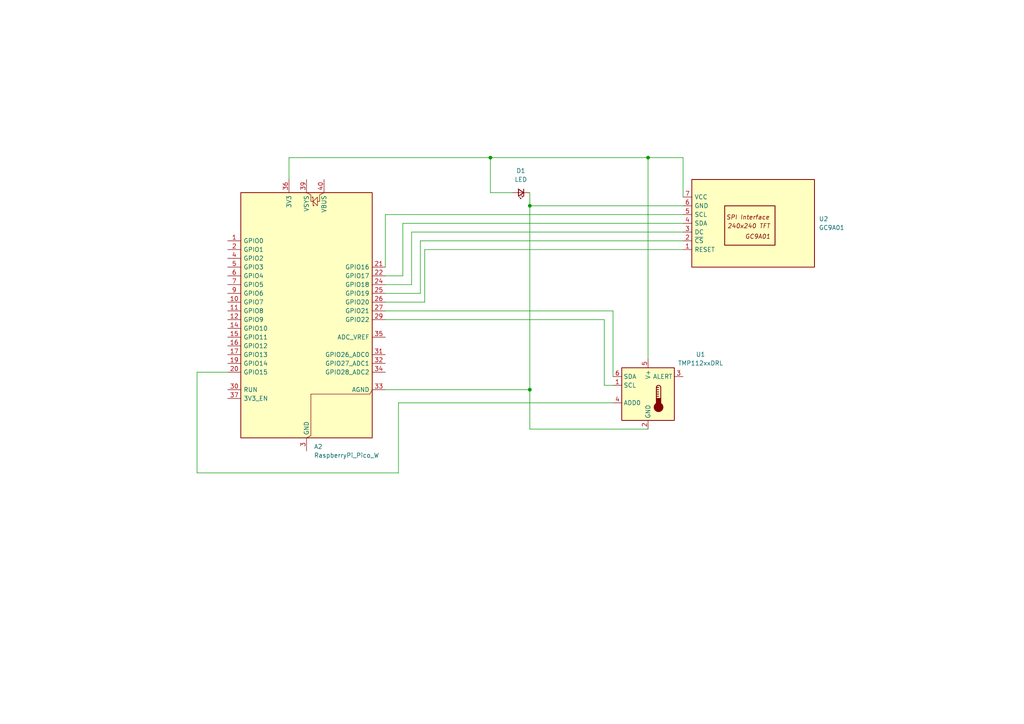
<source format=kicad_sch>
(kicad_sch (version 20250114) (generator "eeschema") (generator_version "9.0")
  (paper "A4")
  (lib_symbols
    (symbol "MCU_Module_RaspberryPi_Pico:RaspberryPi_Pico_W" (pin_names (offset 0.762))
      (property "Reference" "A" (at -19.05 38.1 0))
      (property "Value" "RaspberryPi_Pico_W" (at 7.62 38.1 0))
      (symbol "RaspberryPi_Pico_W_0_1"
        (rectangle (start -19.05 36.83) (end 19.05 -34.29) (stroke (width 0.254)) (fill (type background)))
        (polyline (pts (xy 0 36.83) (xy 1.27 36.195) (xy 1.27 34.29) (xy 1.905 34.29)))
        (polyline (pts (xy 0 -34.29) (xy 1.27 -33.655) (xy 1.27 -21.59) (xy 18.415 -21.59) (xy 19.05 -20.32)))
        (polyline (pts (xy 1.651 35.306) (xy 1.651 35.56) (xy 1.905 35.56) (xy 1.905 33.02) (xy 2.159 33.02) (xy 2.159 33.274)))
        (polyline (pts (xy 1.905 34.29) (xy 3.175 35.56) (xy 3.175 33.02) (xy 1.905 34.29)))
        (polyline (pts (xy 5.08 36.83) (xy 3.81 36.195) (xy 3.81 34.29) (xy 3.175 34.29)))
      )
      (symbol "RaspberryPi_Pico_W_1_1"
        (pin bidirectional line (at -22.86 22.86 0) (length 3.81) (name "GPIO0") (number "1"))
        (pin bidirectional line (at -22.86 20.32 0) (length 3.81) (name "GPIO1") (number "2"))
        (pin bidirectional line (at -22.86 17.78 0) (length 3.81) (name "GPIO2") (number "4"))
        (pin bidirectional line (at -22.86 15.24 0) (length 3.81) (name "GPIO3") (number "5"))
        (pin bidirectional line (at -22.86 12.7 0) (length 3.81) (name "GPIO4") (number "6"))
        (pin bidirectional line (at -22.86 10.16 0) (length 3.81) (name "GPIO5") (number "7"))
        (pin bidirectional line (at -22.86 7.62 0) (length 3.81) (name "GPIO6") (number "9"))
        (pin bidirectional line (at -22.86 5.08 0) (length 3.81) (name "GPIO7") (number "10"))
        (pin bidirectional line (at -22.86 2.54 0) (length 3.81) (name "GPIO8") (number "11"))
        (pin bidirectional line (at -22.86 0 0) (length 3.81) (name "GPIO9") (number "12"))
        (pin bidirectional line (at -22.86 -2.54 0) (length 3.81) (name "GPIO10") (number "14"))
        (pin bidirectional line (at -22.86 -5.08 0) (length 3.81) (name "GPIO11") (number "15"))
        (pin bidirectional line (at -22.86 -7.62 0) (length 3.81) (name "GPIO12") (number "16"))
        (pin bidirectional line (at -22.86 -10.16 0) (length 3.81) (name "GPIO13") (number "17"))
        (pin bidirectional line (at -22.86 -12.7 0) (length 3.81) (name "GPIO14") (number "19"))
        (pin bidirectional line (at -22.86 -15.24 0) (length 3.81) (name "GPIO15") (number "20"))
        (pin input line (at -22.86 -20.32 0) (length 3.81) (name "RUN") (number "30"))
        (pin input line (at -22.86 -22.86 0) (length 3.81) (name "3V3_EN") (number "37"))
        (pin power_out line (at -5.08 40.64 270) (length 3.81) (name "3V3") (number "36"))
        (pin power_in line (at 0 40.64 270) (length 3.81) (name "VSYS") (number "39"))
        (pin passive line (at 0 -38.1 90) (length 3.81) (hide yes) (name "GND") (number "13"))
        (pin passive line (at 0 -38.1 90) (length 3.81) (hide yes) (name "GND") (number "18"))
        (pin passive line (at 0 -38.1 90) (length 3.81) (hide yes) (name "GND") (number "23"))
        (pin passive line (at 0 -38.1 90) (length 3.81) (hide yes) (name "GND") (number "28"))
        (pin power_out line (at 0 -38.1 90) (length 3.81) (name "GND") (number "3"))
        (pin passive line (at 0 -38.1 90) (length 3.81) (hide yes) (name "GND") (number "38"))
        (pin passive line (at 0 -38.1 90) (length 3.81) (hide yes) (name "GND") (number "8"))
        (pin power_out line (at 5.08 40.64 270) (length 3.81) (name "VBUS") (number "40"))
        (pin bidirectional line (at 22.86 15.24 180) (length 3.81) (name "GPIO16") (number "21"))
        (pin bidirectional line (at 22.86 12.7 180) (length 3.81) (name "GPIO17") (number "22"))
        (pin bidirectional line (at 22.86 10.16 180) (length 3.81) (name "GPIO18") (number "24"))
        (pin bidirectional line (at 22.86 7.62 180) (length 3.81) (name "GPIO19") (number "25"))
        (pin bidirectional line (at 22.86 5.08 180) (length 3.81) (name "GPIO20") (number "26"))
        (pin bidirectional line (at 22.86 2.54 180) (length 3.81) (name "GPIO21") (number "27"))
        (pin bidirectional line (at 22.86 0 180) (length 3.81) (name "GPIO22") (number "29"))
        (pin power_in line (at 22.86 -5.08 180) (length 3.81) (name "ADC_VREF") (number "35"))
        (pin bidirectional line (at 22.86 -10.16 180) (length 3.81) (name "GPIO26_ADC0") (number "31"))
        (pin bidirectional line (at 22.86 -12.7 180) (length 3.81) (name "GPIO27_ADC1") (number "32"))
        (pin bidirectional line (at 22.86 -15.24 180) (length 3.81) (name "GPIO28_ADC2") (number "34"))
        (pin power_out line (at 22.86 -20.32 180) (length 3.81) (name "AGND") (number "33"))
      )
    )
    (symbol "PCM_SparkFun-LED:LED" (pin_numbers (hide yes)) (pin_names (offset 1.016) (hide yes))
      (property "Reference" "D" (at 0 2.54 0))
      (property "Value" "LED" (at 0 -2.54 0))
      (symbol "LED_0_1"
        (polyline (pts (xy -0.762 -1.016) (xy -0.762 1.016)) (stroke (width 0.254)))
        (polyline (pts (xy 0 0.762) (xy -0.508 1.27) (xy -0.254 1.27) (xy -0.508 1.27) (xy -0.508 1.016)))
        (polyline (pts (xy 0.508 1.27) (xy 0 1.778) (xy 0.254 1.778) (xy 0 1.778) (xy 0 1.524)))
        (polyline (pts (xy 0.762 -1.016) (xy -0.762 0) (xy 0.762 1.016) (xy 0.762 -1.016)) (stroke (width 0.254)))
        (polyline (pts (xy 1.016 0) (xy -0.762 0)))
      )
      (symbol "LED_1_1"
        (pin passive line (at -2.54 0 0) (length 1.778) (name "K") (number "1"))
        (pin passive line (at 2.54 0 180) (length 1.778) (name "A") (number "2"))
      )
    )
    (symbol "Sensor_Temperature:TMP112xxDRL"
      (property "Reference" "U" (at -2.54 10.795 0))
      (property "Value" "TMP112xxDRL" (at -2.54 8.89 0))
      (symbol "TMP112xxDRL_0_1"
        (rectangle (start -7.62 7.62) (end 7.62 -7.62) (stroke (width 0.254)) (fill (type background)))
      )
      (symbol "TMP112xxDRL_1_1"
        (polyline (pts (xy 2.413 1.905) (xy 2.413 -1.27)) (stroke (width 0.254)))
        (polyline (pts (xy 2.413 1.905) (xy 3.048 1.905)) (stroke (width 0.254)))
        (polyline (pts (xy 2.413 1.27) (xy 3.048 1.27)) (stroke (width 0.254)))
        (polyline (pts (xy 2.413 0.635) (xy 3.048 0.635)) (stroke (width 0.254)))
        (polyline (pts (xy 2.413 0) (xy 3.048 0)) (stroke (width 0.254)))
        (polyline (pts (xy 2.413 -0.635) (xy 3.048 -0.635)) (stroke (width 0.254)))
        (arc (start 2.413 1.905) (mid 3.048 2.5373) (end 3.683 1.905) (stroke (width 0.254)))
        (circle (center 3.048 -3.81) (radius 1.27) (stroke (width 0.254)) (fill (type outline)))
        (polyline (pts (xy 3.683 1.905) (xy 3.683 -1.27)) (stroke (width 0.254)))
        (rectangle (start 3.683 -3.175) (end 2.413 -1.27) (stroke (width 0.254)) (fill (type outline)))
        (pin bidirectional line (at -10.16 5.08 0) (length 2.54) (name "SDA") (number "6"))
        (pin input line (at -10.16 2.54 0) (length 2.54) (name "SCL") (number "1"))
        (pin input line (at -10.16 -2.54 0) (length 2.54) (name "ADD0") (number "4"))
        (pin power_in line (at 0 10.16 270) (length 2.54) (name "V+") (number "5"))
        (pin power_in line (at 0 -10.16 90) (length 2.54) (name "GND") (number "2"))
        (pin open_collector line (at 10.16 5.08 180) (length 2.54) (name "ALERT") (number "3"))
      )
    )
    (symbol "TFTCustom:GC9A01" (pin_names (offset 0.762))
      (property "Reference" "U" (at -17.526 13.97 0))
      (property "Value" "GC9A01" (at 1.905 13.97 0))
      (symbol "GC9A01_0_0"
        (text "SPI Interface" (at -4.826 -1.778 0) (effects (font (size 1.27 1.27) (italic yes)) (justify left)))
      )
      (symbol "GC9A01_0_1"
        (rectangle (start -17.78 12.7) (end 17.78 -12.7) (stroke (width 0.254)) (fill (type background)))
        (rectangle (start -6.35 6.35) (end 8.255 -5.08) (stroke (width 0.254)))
      )
      (symbol "GC9A01_1_1"
        (text "GC9A01" (at -5.08 3.81 0) (effects (font (size 1.27 1.27) (italic yes)) (justify left)))
        (text "240x240 TFT" (at 1.27 0.762 0) (effects (font (size 1.27 1.27) (italic yes))))
        (pin input line (at 20.32 7.62 180) (length 2.54) (name "RESET") (number "1"))
        (pin input line (at 20.32 5.08 180) (length 2.54) (name "~{CS}") (number "2"))
        (pin output line (at 20.32 2.54 180) (length 2.54) (name "DC") (number "3"))
        (pin input line (at 20.32 0 180) (length 2.54) (name "SDA") (number "4"))
        (pin input line (at 20.32 -2.54 180) (length 2.54) (name "SCL") (number "5"))
        (pin input line (at 20.32 -5.08 180) (length 2.54) (name "GND") (number "6"))
        (pin input line (at 20.32 -7.62 180) (length 2.54) (name "VCC") (number "7"))
      )
    )
  )
  (junction (at 142.24 45.72))
  (junction (at 153.67 59.69))
  (junction (at 153.67 113.03))
  (junction (at 187.96 45.72))
  (wire (pts (xy 153.67 55.88) (xy 153.67 59.69)))
  (wire (pts (xy 121.92 85.09) (xy 111.76 85.09)))
  (wire (pts (xy 83.82 45.72) (xy 142.24 45.72)))
  (wire (pts (xy 121.92 69.85) (xy 121.92 85.09)))
  (wire (pts (xy 153.67 124.46) (xy 153.67 113.03)))
  (wire (pts (xy 123.19 87.63) (xy 111.76 87.63)))
  (wire (pts (xy 123.19 72.39) (xy 123.19 87.63)))
  (wire (pts (xy 83.82 52.07) (xy 83.82 45.72)))
  (wire (pts (xy 119.38 67.31) (xy 119.38 82.55)))
  (wire (pts (xy 187.96 45.72) (xy 198.12 45.72)))
  (wire (pts (xy 115.57 116.84) (xy 115.57 137.16)))
  (wire (pts (xy 119.38 82.55) (xy 111.76 82.55)))
  (wire (pts (xy 198.12 72.39) (xy 123.19 72.39)))
  (wire (pts (xy 142.24 45.72) (xy 187.96 45.72)))
  (wire (pts (xy 153.67 59.69) (xy 198.12 59.69)))
  (wire (pts (xy 153.67 59.69) (xy 153.67 113.03)))
  (wire (pts (xy 111.76 62.23) (xy 111.76 77.47)))
  (wire (pts (xy 198.12 67.31) (xy 119.38 67.31)))
  (wire (pts (xy 198.12 45.72) (xy 198.12 57.15)))
  (wire (pts (xy 187.96 124.46) (xy 153.67 124.46)))
  (wire (pts (xy 116.84 64.77) (xy 116.84 80.01)))
  (wire (pts (xy 153.67 113.03) (xy 111.76 113.03)))
  (wire (pts (xy 198.12 69.85) (xy 121.92 69.85)))
  (wire (pts (xy 177.8 109.22) (xy 177.8 90.17)))
  (wire (pts (xy 57.15 137.16) (xy 57.15 107.95)))
  (wire (pts (xy 142.24 55.88) (xy 142.24 45.72)))
  (wire (pts (xy 198.12 64.77) (xy 116.84 64.77)))
  (wire (pts (xy 187.96 45.72) (xy 187.96 104.14)))
  (wire (pts (xy 177.8 111.76) (xy 175.26 111.76)))
  (wire (pts (xy 148.59 55.88) (xy 142.24 55.88)))
  (wire (pts (xy 177.8 90.17) (xy 111.76 90.17)))
  (wire (pts (xy 198.12 62.23) (xy 111.76 62.23)))
  (wire (pts (xy 175.26 111.76) (xy 175.26 92.71)))
  (wire (pts (xy 57.15 107.95) (xy 66.04 107.95)))
  (wire (pts (xy 116.84 80.01) (xy 111.76 80.01)))
  (wire (pts (xy 177.8 116.84) (xy 115.57 116.84)))
  (wire (pts (xy 115.57 137.16) (xy 57.15 137.16)))
  (wire (pts (xy 175.26 92.71) (xy 111.76 92.71)))
  (symbol (lib_id "Sensor_Temperature:TMP112xxDRL") (at 187.96 114.3 0) (unit 1)
    (property "Reference" "U1" (at 203.2 102.7998 0))
    (property "Value" "TMP112xxDRL" (at 203.2 105.3398 0))
    (property "Footprint" "PCM_SparkFun-Semiconductor-Standard:SOT-563" (effects (hide yes)))
    (property "Datasheet" "https://www.ti.com/lit/ds/symlink/tmp112.pdf" (effects (hide yes)))
    (property "Description" "Digital Temperature Sensor with I2C/SMBus/Two-wire Interface, 12 bits, ±1°C, one-shot conversion, alert, nist traceable, SOT-563" (effects (hide yes)))
  )
  (symbol (lib_id "PCM_SparkFun-LED:LED") (at 151.13 55.88 180) (unit 1)
    (property "Reference" "D1" (at 151.0665 49.53 0))
    (property "Value" "LED" (at 151.0665 52.07 0))
    (property "Footprint" "LED_THT:LED_D1.8mm_W3.3mm_H2.4mm" (effects (hide yes)))
    (property "Description" "Light emitting diode" (effects (hide yes)))
    (property "PROD_ID" "LED-" (effects (hide yes)))
  )
  (symbol (lib_id "TFTCustom:GC9A01") (at 218.44 64.77 180) (unit 1)
    (property "Reference" "U2" (at 237.49 63.4999 0) (effects (justify right)))
    (property "Value" "GC9A01" (at 237.49 66.0399 0) (effects (justify right)))
    (property "Footprint" "Display:GC9A01" (effects (hide yes)))
    (property "Datasheet" "https://www.buydisplay.com/download/ic/GC9A01A.pdf?srsltid=AfmBOorAcrZEFSFCLmDZiNvV49R59PW0prGOB0-ThPplRR9qin8my87S" (effects (hide yes)))
    (property "Description" "GC9A01 controller, SPI TFT LCD Display, 7-pin breakout PCB, 3.3V" (effects (hide yes)))
  )
  (symbol (lib_id "MCU_Module_RaspberryPi_Pico:RaspberryPi_Pico_W") (at 88.9 92.71 0) (unit 1)
    (property "Reference" "A2" (at 91.0433 129.54 0) (effects (justify left)))
    (property "Value" "RaspberryPi_Pico_W" (at 91.0433 132.08 0) (effects (justify left)))
    (property "Footprint" "Module:RaspberryPi_Pico_Common_THT" (effects (hide yes)))
    (property "Datasheet" "https://datasheets.raspberrypi.com/picow/pico-w-datasheet.pdf" (effects (hide yes)))
    (property "Description" "Versatile and inexpensive wireless microcontroller module powered by RP2040 dual-core Arm Cortex-M0+ processor up to 133 MHz, 264kB SRAM, 2MB QSPI flash, Infineon CYW43439 2.4GHz 802.11n wireless LAN" (effects (hide yes)))
  )
)
</source>
